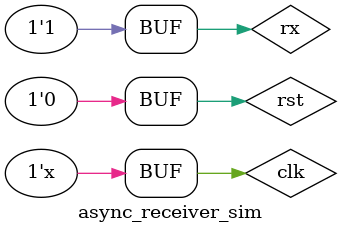
<source format=sv>
module async_receiver_sim;
  logic clk = 0;
  always #5 clk = ~clk;
  logic rst = 1;
  logic rx = 1;

  wire next_byte;
  wire [7:0] data;

  async_receiver async_receiver_inst (
      .clk(clk),
      .rst(rst),
      .rx(rx),
      .next_byte(next_byte),
      .data(data)
  );

  task receive_byte(input [7:0] d);
    rx = 1;
    #17361; // 57600 baud
    rx = 0;
    #17361;
    for (integer i = 0; i < 8; i += 1) begin
      rx = d[i];
      #17361;
    end
    rx = 1;
    #17361;
  endtask

  initial begin
    #1000;
    rst = 0;

    receive_byte(8'h55);
    #123456;
    receive_byte(8'h34);
    receive_byte(8'haf);
    receive_byte(8'h00);
    #654321;
    receive_byte(8'h17);
    receive_byte(8'hff);

    for (integer i = 0; i < 256; i += 1) begin
      receive_byte(i[7:0]);
    end
  end
endmodule

</source>
